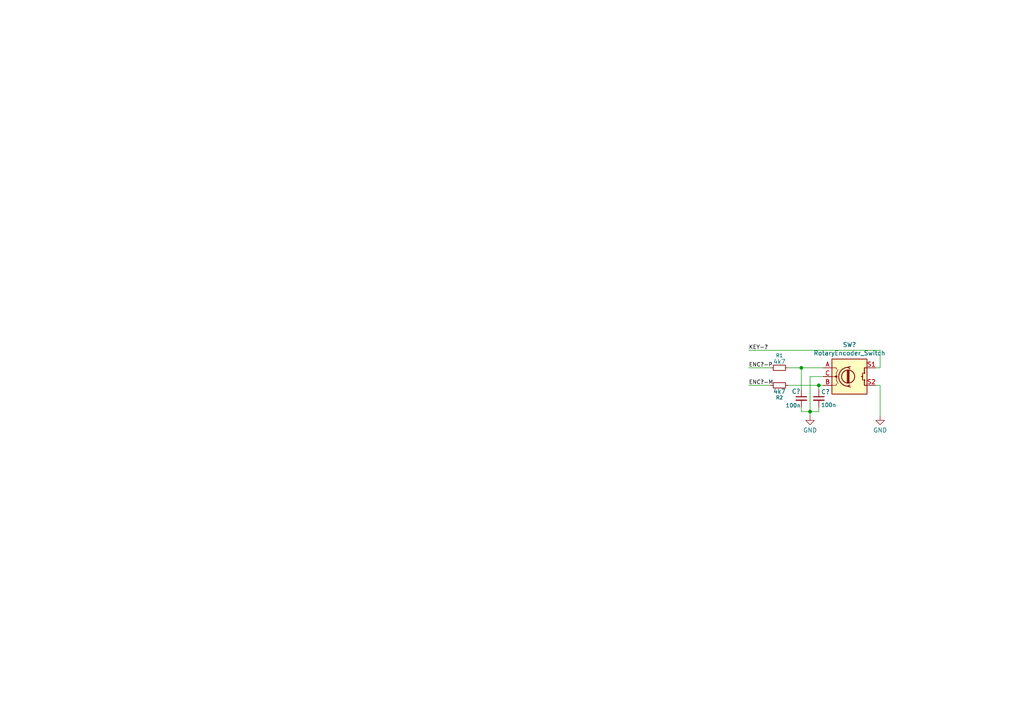
<source format=kicad_sch>
(kicad_sch (version 20250114) (generator "eeschema") (generator_version "9.0")
  (paper "A4")
  (title_block (title "USB tiny-VT") (date "2014-05-11") (rev "0.3") (company "LOFITECH"))
  (lib_symbols
    (symbol "Device:C_Small" (pin_numbers (hide yes)) (pin_names (offset 0.254) (hide yes))
      (property "Reference" "C" (at 0.254 1.778 0))
      (property "Value" "C_Small" (at 0.254 -2.032 0))
      (symbol "C_Small_0_1"
        (polyline (pts (xy -1.524 0.508) (xy 1.524 0.508)) (stroke (width 0.3048)))
        (polyline (pts (xy -1.524 -0.508) (xy 1.524 -0.508)) (stroke (width 0.3302)))
      )
      (symbol "C_Small_1_1"
        (pin passive line (at 0 2.54 270) (length 2.032) (name "~") (number "1"))
        (pin passive line (at 0 -2.54 90) (length 2.032) (name "~") (number "2"))
      )
    )
    (symbol "Device:R_Small" (pin_numbers (hide yes)) (pin_names (offset 0.254) (hide yes))
      (property "Reference" "R" (at 0 0 90))
      (property "Value" "R_Small" (at 1.778 0 90))
      (symbol "R_Small_0_1"
        (rectangle (start -0.762 1.778) (end 0.762 -1.778) (stroke (width 0.2032)))
      )
      (symbol "R_Small_1_1"
        (pin passive line (at 0 2.54 270) (length 0.762) (name "~") (number "1"))
        (pin passive line (at 0 -2.54 90) (length 0.762) (name "~") (number "2"))
      )
    )
    (symbol "Device:RotaryEncoder_Switch" (pin_names (offset 0.254) (hide yes))
      (property "Reference" "SW" (at 0 6.604 0))
      (property "Value" "RotaryEncoder_Switch" (at 0 -6.604 0))
      (symbol "RotaryEncoder_Switch_0_1"
        (rectangle (start -5.08 5.08) (end 5.08 -5.08) (stroke (width 0.254)) (fill (type background)))
        (polyline (pts (xy -5.08 2.54) (xy -3.81 2.54) (xy -3.81 2.032)))
        (polyline (pts (xy -5.08 0) (xy -3.81 0) (xy -3.81 -1.016) (xy -3.302 -2.032)))
        (polyline (pts (xy -5.08 -2.54) (xy -3.81 -2.54) (xy -3.81 -2.032)))
        (polyline (pts (xy -4.318 0) (xy -3.81 0) (xy -3.81 1.016) (xy -3.302 2.032)))
        (circle (center -3.81 0) (radius 0.254) (fill (type outline)))
        (polyline (pts (xy -0.635 -1.778) (xy -0.635 1.778)) (stroke (width 0.254)))
        (circle (center -0.381 0) (radius 1.905) (stroke (width 0.254)))
        (polyline (pts (xy -0.381 -1.778) (xy -0.381 1.778)) (stroke (width 0.254)))
        (arc (start -0.381 -2.794) (mid -3.0988 -0.0635) (end -0.381 2.667) (stroke (width 0.254)))
        (polyline (pts (xy -0.127 1.778) (xy -0.127 -1.778)) (stroke (width 0.254)))
        (polyline (pts (xy 0.254 2.921) (xy -0.508 2.667) (xy 0.127 2.286)) (stroke (width 0.254)))
        (polyline (pts (xy 0.254 -3.048) (xy -0.508 -2.794) (xy 0.127 -2.413)) (stroke (width 0.254)))
        (polyline (pts (xy 3.81 1.016) (xy 3.81 -1.016)) (stroke (width 0.254)))
        (polyline (pts (xy 3.81 0) (xy 3.429 0)) (stroke (width 0.254)))
        (circle (center 4.318 1.016) (radius 0.127) (stroke (width 0.254)))
        (circle (center 4.318 -1.016) (radius 0.127) (stroke (width 0.254)))
        (polyline (pts (xy 5.08 2.54) (xy 4.318 2.54) (xy 4.318 1.016)) (stroke (width 0.254)))
        (polyline (pts (xy 5.08 -2.54) (xy 4.318 -2.54) (xy 4.318 -1.016)) (stroke (width 0.254)))
      )
      (symbol "RotaryEncoder_Switch_1_1"
        (pin passive line (at -7.62 2.54 0) (length 2.54) (name "A") (number "A"))
        (pin passive line (at -7.62 0 0) (length 2.54) (name "C") (number "C"))
        (pin passive line (at -7.62 -2.54 0) (length 2.54) (name "B") (number "B"))
        (pin passive line (at 7.62 2.54 180) (length 2.54) (name "S1") (number "S1"))
        (pin passive line (at 7.62 -2.54 180) (length 2.54) (name "S2") (number "S2"))
      )
    )
    (symbol "GND_1" (power) (pin_numbers (hide yes)) (pin_names (offset 0) (hide yes))
      (property "Value" "GND" (at 0 -3.81 0))
      (symbol "GND_1_0_1"
        (polyline (pts (xy 0 0) (xy 0 -1.27) (xy 1.27 -1.27) (xy 0 -2.54) (xy -1.27 -1.27) (xy 0 -1.27)))
      )
      (symbol "GND_1_1_1"
        (pin power_in line (at 0 0 270) (length 0) (name "~") (number "1"))
      )
    )
  )
  (junction (at 232.41 106.68))
  (junction (at 237.49 111.76))
  (junction (at 234.95 119.38))
  (wire (pts (xy 238.76 109.22) (xy 234.95 109.22)))
  (wire (pts (xy 234.95 119.38) (xy 237.49 119.38)))
  (wire (pts (xy 234.95 109.22) (xy 234.95 119.38)))
  (wire (pts (xy 232.41 119.38) (xy 234.95 119.38)))
  (wire (pts (xy 255.27 106.68) (xy 254 106.68)))
  (wire (pts (xy 237.49 111.76) (xy 238.76 111.76)))
  (wire (pts (xy 255.27 111.76) (xy 254 111.76)))
  (wire (pts (xy 228.6 111.76) (xy 237.49 111.76)))
  (wire (pts (xy 237.49 119.38) (xy 237.49 118.11)))
  (wire (pts (xy 223.52 111.76) (xy 217.17 111.76)))
  (wire (pts (xy 228.6 106.68) (xy 232.41 106.68)))
  (wire (pts (xy 232.41 106.68) (xy 238.76 106.68)))
  (wire (pts (xy 232.41 113.03) (xy 232.41 106.68)))
  (wire (pts (xy 255.27 111.76) (xy 255.27 120.65)))
  (wire (pts (xy 223.52 106.68) (xy 217.17 106.68)))
  (wire (pts (xy 255.27 101.6) (xy 217.17 101.6)))
  (wire (pts (xy 234.95 119.38) (xy 234.95 120.65)))
  (wire (pts (xy 232.41 118.11) (xy 232.41 119.38)))
  (wire (pts (xy 255.27 101.6) (xy 255.27 106.68)))
  (wire (pts (xy 237.49 113.03) (xy 237.49 111.76)))
  (label "KEY-?" (at 217.17 101.6 0) (effects (font (size 1.1176 1.1176))))
  (label "ENC?-P" (at 217.17 106.68 0) (effects (font (size 1.1176 1.1176))))
  (label "ENC?-M" (at 217.17 111.76 0) (effects (font (size 1.1176 1.1176))))
  (symbol (lib_id "Device:C_Small") (at 237.49 115.57 0) (unit 1)
    (property "Reference" "C?" (at 238.125 113.665 0) (effects (justify left)))
    (property "Value" "100n" (at 238.125 117.475 0) (effects (font (size 1.1176 1.1176)) (justify left)))
  )
  (symbol (lib_id "Device:R_Small") (at 226.06 106.68 90) (unit 1)
    (property "Reference" "R1" (at 226.06 103.124 90) (effects (font (size 1.016 1.016))))
    (property "Value" "4k7" (at 226.06 104.902 90))
    (property "Description" "Resistor, small symbol" (effects (hide yes)))
  )
  (symbol (lib_id "Device:R_Small") (at 226.06 111.76 90) (mirror x) (unit 1)
    (property "Reference" "R2" (at 226.06 115.316 90) (effects (font (size 1.016 1.016))))
    (property "Value" "4k7" (at 226.06 113.538 90))
    (property "Description" "Resistor, small symbol" (effects (hide yes)))
  )
  (symbol (lib_name "GND_1") (lib_id "power:GND") (at 234.95 120.65 0) (unit 1)
    (property "Reference" "#PWR01" (effects (hide yes)))
    (property "Value" "GND" (at 234.95 124.7831 0))
    (property "Description" "Power symbol creates a global label with name \"GND\" , ground" (effects (hide yes)))
  )
  (symbol (lib_id "Device:C_Small") (at 232.41 115.57 0) (unit 1)
    (property "Reference" "C?" (at 229.616 113.538 0) (effects (justify left)))
    (property "Value" "100n" (at 227.838 117.602 0) (effects (font (size 1.1176 1.1176)) (justify left)))
  )
  (symbol (lib_id "Device:RotaryEncoder_Switch") (at 246.38 109.22 0) (unit 1)
    (property "Reference" "SW?" (at 246.38 99.9955 0))
    (property "Value" "RotaryEncoder_Switch" (at 246.38 102.4198 0))
    (property "Description" "Rotary encoder, dual channel, incremental quadrate outputs, with switch" (effects (hide yes)))
  )
  (symbol (lib_name "GND_1") (lib_id "power:GND") (at 255.27 120.65 0) (unit 1)
    (property "Reference" "#PWR02" (effects (hide yes)))
    (property "Value" "GND" (at 255.27 124.7831 0))
    (property "Description" "Power symbol creates a global label with name \"GND\" , ground" (effects (hide yes)))
  )
)
</source>
